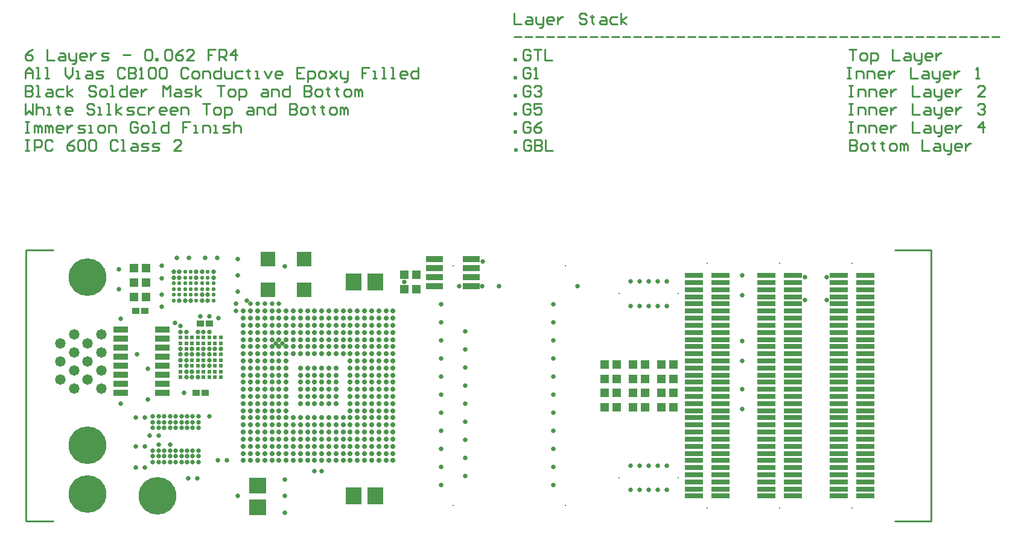
<source format=gbs>
%FSLAX23Y23*%
%MOIN*%
G70*
G01*
G75*
G04 Layer_Color=16711935*
G04 Layer_Color=16711935*
%ADD10R,0.035X0.026*%
%ADD11R,0.026X0.035*%
%ADD12R,0.070X0.062*%
%ADD13R,0.069X0.138*%
%ADD14R,0.069X0.043*%
%ADD15R,0.069X0.043*%
%ADD16R,0.085X0.080*%
%ADD17R,0.080X0.085*%
%ADD18R,0.028X0.035*%
%ADD19R,0.071X0.063*%
%ADD20R,0.043X0.039*%
%ADD21R,0.029X0.115*%
%ADD22R,0.039X0.043*%
%ADD23R,0.115X0.029*%
%ADD24C,0.005*%
%ADD25C,0.008*%
%ADD26C,0.010*%
%ADD27C,0.012*%
%ADD28C,0.010*%
%ADD29C,0.018*%
%ADD30C,0.200*%
%ADD31C,0.050*%
%ADD32C,0.020*%
%ADD33R,0.071X0.071*%
%ADD34R,0.091X0.021*%
%ADD35C,0.014*%
%ADD36R,0.087X0.024*%
%ADD37R,0.087X0.024*%
%ADD38R,0.075X0.024*%
%ADD39R,0.091X0.021*%
%ADD40C,0.016*%
%ADD41C,0.006*%
%ADD42C,0.020*%
%ADD43R,0.043X0.034*%
%ADD44R,0.034X0.043*%
%ADD45R,0.078X0.070*%
%ADD46R,0.077X0.146*%
%ADD47R,0.077X0.051*%
%ADD48R,0.077X0.051*%
%ADD49R,0.093X0.088*%
%ADD50R,0.088X0.093*%
%ADD51R,0.036X0.043*%
%ADD52R,0.079X0.071*%
%ADD53R,0.051X0.047*%
%ADD54R,0.037X0.123*%
%ADD55R,0.047X0.051*%
%ADD56R,0.123X0.037*%
%ADD57C,0.026*%
%ADD58C,0.008*%
%ADD59C,0.208*%
%ADD60C,0.058*%
%ADD61C,0.028*%
%ADD62R,0.079X0.079*%
%ADD63R,0.099X0.029*%
%ADD64C,0.022*%
%ADD65R,0.095X0.032*%
%ADD66R,0.095X0.032*%
%ADD67R,0.083X0.032*%
%ADD68R,0.099X0.029*%
%ADD69C,0.024*%
D28*
X3185Y750D02*
X3385D01*
X3185Y-750D02*
X3385D01*
X-1615D02*
X-1465D01*
X-1615Y750D02*
X-1466D01*
X-1615Y-750D02*
Y750D01*
X3385Y-750D02*
Y750D01*
X-1618Y1460D02*
X-1598D01*
X-1608D01*
Y1400D01*
X-1618D01*
X-1598D01*
X-1568D02*
Y1440D01*
X-1558D01*
X-1548Y1430D01*
Y1400D01*
Y1430D01*
X-1538Y1440D01*
X-1528Y1430D01*
Y1400D01*
X-1508D02*
Y1440D01*
X-1498D01*
X-1488Y1430D01*
Y1400D01*
Y1430D01*
X-1478Y1440D01*
X-1468Y1430D01*
Y1400D01*
X-1418D02*
X-1438D01*
X-1448Y1410D01*
Y1430D01*
X-1438Y1440D01*
X-1418D01*
X-1408Y1430D01*
Y1420D01*
X-1448D01*
X-1388Y1440D02*
Y1400D01*
Y1420D01*
X-1378Y1430D01*
X-1368Y1440D01*
X-1358D01*
X-1328Y1400D02*
X-1298D01*
X-1288Y1410D01*
X-1298Y1420D01*
X-1318D01*
X-1328Y1430D01*
X-1318Y1440D01*
X-1288D01*
X-1268Y1400D02*
X-1248D01*
X-1258D01*
Y1440D01*
X-1268D01*
X-1208Y1400D02*
X-1188D01*
X-1178Y1410D01*
Y1430D01*
X-1188Y1440D01*
X-1208D01*
X-1218Y1430D01*
Y1410D01*
X-1208Y1400D01*
X-1158D02*
Y1440D01*
X-1128D01*
X-1118Y1430D01*
Y1400D01*
X-998Y1450D02*
X-1008Y1460D01*
X-1028D01*
X-1038Y1450D01*
Y1410D01*
X-1028Y1400D01*
X-1008D01*
X-998Y1410D01*
Y1430D01*
X-1018D01*
X-968Y1400D02*
X-948D01*
X-938Y1410D01*
Y1430D01*
X-948Y1440D01*
X-968D01*
X-978Y1430D01*
Y1410D01*
X-968Y1400D01*
X-918D02*
X-898D01*
X-908D01*
Y1460D01*
X-918D01*
X-828D02*
Y1400D01*
X-858D01*
X-868Y1410D01*
Y1430D01*
X-858Y1440D01*
X-828D01*
X-708Y1460D02*
X-748D01*
Y1430D01*
X-728D01*
X-748D01*
Y1400D01*
X-688D02*
X-668D01*
X-678D01*
Y1440D01*
X-688D01*
X-638Y1400D02*
Y1440D01*
X-608D01*
X-598Y1430D01*
Y1400D01*
X-578D02*
X-558D01*
X-568D01*
Y1440D01*
X-578D01*
X-528Y1400D02*
X-498D01*
X-488Y1410D01*
X-498Y1420D01*
X-518D01*
X-528Y1430D01*
X-518Y1440D01*
X-488D01*
X-468Y1460D02*
Y1400D01*
Y1430D01*
X-458Y1440D01*
X-438D01*
X-428Y1430D01*
Y1400D01*
X-1618Y1560D02*
Y1500D01*
X-1598Y1520D01*
X-1578Y1500D01*
Y1560D01*
X-1558D02*
Y1500D01*
Y1530D01*
X-1548Y1540D01*
X-1528D01*
X-1518Y1530D01*
Y1500D01*
X-1498D02*
X-1478D01*
X-1488D01*
Y1540D01*
X-1498D01*
X-1438Y1550D02*
Y1540D01*
X-1448D01*
X-1428D01*
X-1438D01*
Y1510D01*
X-1428Y1500D01*
X-1368D02*
X-1388D01*
X-1398Y1510D01*
Y1530D01*
X-1388Y1540D01*
X-1368D01*
X-1358Y1530D01*
Y1520D01*
X-1398D01*
X-1238Y1550D02*
X-1248Y1560D01*
X-1268D01*
X-1278Y1550D01*
Y1540D01*
X-1268Y1530D01*
X-1248D01*
X-1238Y1520D01*
Y1510D01*
X-1248Y1500D01*
X-1268D01*
X-1278Y1510D01*
X-1218Y1500D02*
X-1198D01*
X-1208D01*
Y1540D01*
X-1218D01*
X-1168Y1500D02*
X-1148D01*
X-1158D01*
Y1560D01*
X-1168D01*
X-1118Y1500D02*
Y1560D01*
Y1520D02*
X-1088Y1540D01*
X-1118Y1520D02*
X-1088Y1500D01*
X-1058D02*
X-1028D01*
X-1018Y1510D01*
X-1028Y1520D01*
X-1048D01*
X-1058Y1530D01*
X-1048Y1540D01*
X-1018D01*
X-958D02*
X-988D01*
X-998Y1530D01*
Y1510D01*
X-988Y1500D01*
X-958D01*
X-938Y1540D02*
Y1500D01*
Y1520D01*
X-928Y1530D01*
X-918Y1540D01*
X-908D01*
X-848Y1500D02*
X-868D01*
X-878Y1510D01*
Y1530D01*
X-868Y1540D01*
X-848D01*
X-838Y1530D01*
Y1520D01*
X-878D01*
X-788Y1500D02*
X-808D01*
X-818Y1510D01*
Y1530D01*
X-808Y1540D01*
X-788D01*
X-778Y1530D01*
Y1520D01*
X-818D01*
X-758Y1500D02*
Y1540D01*
X-728D01*
X-718Y1530D01*
Y1500D01*
X-638Y1560D02*
X-598D01*
X-618D01*
Y1500D01*
X-568D02*
X-548D01*
X-538Y1510D01*
Y1530D01*
X-548Y1540D01*
X-568D01*
X-578Y1530D01*
Y1510D01*
X-568Y1500D01*
X-518Y1480D02*
Y1540D01*
X-488D01*
X-478Y1530D01*
Y1510D01*
X-488Y1500D01*
X-518D01*
X-389Y1540D02*
X-369D01*
X-359Y1530D01*
Y1500D01*
X-389D01*
X-399Y1510D01*
X-389Y1520D01*
X-359D01*
X-339Y1500D02*
Y1540D01*
X-309D01*
X-299Y1530D01*
Y1500D01*
X-239Y1560D02*
Y1500D01*
X-269D01*
X-279Y1510D01*
Y1530D01*
X-269Y1540D01*
X-239D01*
X-159Y1560D02*
Y1500D01*
X-129D01*
X-119Y1510D01*
Y1520D01*
X-129Y1530D01*
X-159D01*
X-129D01*
X-119Y1540D01*
Y1550D01*
X-129Y1560D01*
X-159D01*
X-89Y1500D02*
X-69D01*
X-59Y1510D01*
Y1530D01*
X-69Y1540D01*
X-89D01*
X-99Y1530D01*
Y1510D01*
X-89Y1500D01*
X-29Y1550D02*
Y1540D01*
X-39D01*
X-19D01*
X-29D01*
Y1510D01*
X-19Y1500D01*
X21Y1550D02*
Y1540D01*
X11D01*
X31D01*
X21D01*
Y1510D01*
X31Y1500D01*
X71D02*
X91D01*
X101Y1510D01*
Y1530D01*
X91Y1540D01*
X71D01*
X61Y1530D01*
Y1510D01*
X71Y1500D01*
X121D02*
Y1540D01*
X131D01*
X141Y1530D01*
Y1500D01*
Y1530D01*
X151Y1540D01*
X161Y1530D01*
Y1500D01*
X-1618Y1660D02*
Y1600D01*
X-1588D01*
X-1578Y1610D01*
Y1620D01*
X-1588Y1630D01*
X-1618D01*
X-1588D01*
X-1578Y1640D01*
Y1650D01*
X-1588Y1660D01*
X-1618D01*
X-1558Y1600D02*
X-1538D01*
X-1548D01*
Y1660D01*
X-1558D01*
X-1498Y1640D02*
X-1478D01*
X-1468Y1630D01*
Y1600D01*
X-1498D01*
X-1508Y1610D01*
X-1498Y1620D01*
X-1468D01*
X-1408Y1640D02*
X-1438D01*
X-1448Y1630D01*
Y1610D01*
X-1438Y1600D01*
X-1408D01*
X-1388D02*
Y1660D01*
Y1620D02*
X-1358Y1640D01*
X-1388Y1620D02*
X-1358Y1600D01*
X-1228Y1650D02*
X-1238Y1660D01*
X-1258D01*
X-1268Y1650D01*
Y1640D01*
X-1258Y1630D01*
X-1238D01*
X-1228Y1620D01*
Y1610D01*
X-1238Y1600D01*
X-1258D01*
X-1268Y1610D01*
X-1198Y1600D02*
X-1178D01*
X-1168Y1610D01*
Y1630D01*
X-1178Y1640D01*
X-1198D01*
X-1208Y1630D01*
Y1610D01*
X-1198Y1600D01*
X-1148D02*
X-1128D01*
X-1138D01*
Y1660D01*
X-1148D01*
X-1058D02*
Y1600D01*
X-1088D01*
X-1098Y1610D01*
Y1630D01*
X-1088Y1640D01*
X-1058D01*
X-1008Y1600D02*
X-1028D01*
X-1038Y1610D01*
Y1630D01*
X-1028Y1640D01*
X-1008D01*
X-998Y1630D01*
Y1620D01*
X-1038D01*
X-978Y1640D02*
Y1600D01*
Y1620D01*
X-968Y1630D01*
X-958Y1640D01*
X-948D01*
X-858Y1600D02*
Y1660D01*
X-838Y1640D01*
X-818Y1660D01*
Y1600D01*
X-788Y1640D02*
X-768D01*
X-758Y1630D01*
Y1600D01*
X-788D01*
X-798Y1610D01*
X-788Y1620D01*
X-758D01*
X-738Y1600D02*
X-708D01*
X-698Y1610D01*
X-708Y1620D01*
X-728D01*
X-738Y1630D01*
X-728Y1640D01*
X-698D01*
X-678Y1600D02*
Y1660D01*
Y1620D02*
X-648Y1640D01*
X-678Y1620D02*
X-648Y1600D01*
X-558Y1660D02*
X-518D01*
X-538D01*
Y1600D01*
X-488D02*
X-468D01*
X-458Y1610D01*
Y1630D01*
X-468Y1640D01*
X-488D01*
X-498Y1630D01*
Y1610D01*
X-488Y1600D01*
X-438Y1580D02*
Y1640D01*
X-409D01*
X-399Y1630D01*
Y1610D01*
X-409Y1600D01*
X-438D01*
X-309Y1640D02*
X-289D01*
X-279Y1630D01*
Y1600D01*
X-309D01*
X-319Y1610D01*
X-309Y1620D01*
X-279D01*
X-259Y1600D02*
Y1640D01*
X-229D01*
X-219Y1630D01*
Y1600D01*
X-159Y1660D02*
Y1600D01*
X-189D01*
X-199Y1610D01*
Y1630D01*
X-189Y1640D01*
X-159D01*
X-79Y1660D02*
Y1600D01*
X-49D01*
X-39Y1610D01*
Y1620D01*
X-49Y1630D01*
X-79D01*
X-49D01*
X-39Y1640D01*
Y1650D01*
X-49Y1660D01*
X-79D01*
X-9Y1600D02*
X11D01*
X21Y1610D01*
Y1630D01*
X11Y1640D01*
X-9D01*
X-19Y1630D01*
Y1610D01*
X-9Y1600D01*
X51Y1650D02*
Y1640D01*
X41D01*
X61D01*
X51D01*
Y1610D01*
X61Y1600D01*
X101Y1650D02*
Y1640D01*
X91D01*
X111D01*
X101D01*
Y1610D01*
X111Y1600D01*
X151D02*
X171D01*
X181Y1610D01*
Y1630D01*
X171Y1640D01*
X151D01*
X141Y1630D01*
Y1610D01*
X151Y1600D01*
X201D02*
Y1640D01*
X211D01*
X221Y1630D01*
Y1600D01*
Y1630D01*
X231Y1640D01*
X241Y1630D01*
Y1600D01*
X-1618Y1700D02*
Y1740D01*
X-1598Y1760D01*
X-1578Y1740D01*
Y1700D01*
Y1730D01*
X-1618D01*
X-1558Y1700D02*
X-1538D01*
X-1548D01*
Y1760D01*
X-1558D01*
X-1508Y1700D02*
X-1488D01*
X-1498D01*
Y1760D01*
X-1508D01*
X-1398D02*
Y1720D01*
X-1378Y1700D01*
X-1358Y1720D01*
Y1760D01*
X-1338Y1700D02*
X-1318D01*
X-1328D01*
Y1740D01*
X-1338D01*
X-1278D02*
X-1258D01*
X-1248Y1730D01*
Y1700D01*
X-1278D01*
X-1288Y1710D01*
X-1278Y1720D01*
X-1248D01*
X-1228Y1700D02*
X-1198D01*
X-1188Y1710D01*
X-1198Y1720D01*
X-1218D01*
X-1228Y1730D01*
X-1218Y1740D01*
X-1188D01*
X-1068Y1750D02*
X-1078Y1760D01*
X-1098D01*
X-1108Y1750D01*
Y1710D01*
X-1098Y1700D01*
X-1078D01*
X-1068Y1710D01*
X-1048Y1760D02*
Y1700D01*
X-1018D01*
X-1008Y1710D01*
Y1720D01*
X-1018Y1730D01*
X-1048D01*
X-1018D01*
X-1008Y1740D01*
Y1750D01*
X-1018Y1760D01*
X-1048D01*
X-988Y1700D02*
X-968D01*
X-978D01*
Y1760D01*
X-988Y1750D01*
X-938D02*
X-928Y1760D01*
X-908D01*
X-898Y1750D01*
Y1710D01*
X-908Y1700D01*
X-928D01*
X-938Y1710D01*
Y1750D01*
X-878D02*
X-868Y1760D01*
X-848D01*
X-838Y1750D01*
Y1710D01*
X-848Y1700D01*
X-868D01*
X-878Y1710D01*
Y1750D01*
X-718D02*
X-728Y1760D01*
X-748D01*
X-758Y1750D01*
Y1710D01*
X-748Y1700D01*
X-728D01*
X-718Y1710D01*
X-688Y1700D02*
X-668D01*
X-658Y1710D01*
Y1730D01*
X-668Y1740D01*
X-688D01*
X-698Y1730D01*
Y1710D01*
X-688Y1700D01*
X-638D02*
Y1740D01*
X-608D01*
X-598Y1730D01*
Y1700D01*
X-538Y1760D02*
Y1700D01*
X-568D01*
X-578Y1710D01*
Y1730D01*
X-568Y1740D01*
X-538D01*
X-518D02*
Y1710D01*
X-508Y1700D01*
X-478D01*
Y1740D01*
X-418D02*
X-448D01*
X-458Y1730D01*
Y1710D01*
X-448Y1700D01*
X-418D01*
X-389Y1750D02*
Y1740D01*
X-399D01*
X-379D01*
X-389D01*
Y1710D01*
X-379Y1700D01*
X-349D02*
X-329D01*
X-339D01*
Y1740D01*
X-349D01*
X-299D02*
X-279Y1700D01*
X-259Y1740D01*
X-209Y1700D02*
X-229D01*
X-239Y1710D01*
Y1730D01*
X-229Y1740D01*
X-209D01*
X-199Y1730D01*
Y1720D01*
X-239D01*
X-79Y1760D02*
X-119D01*
Y1700D01*
X-79D01*
X-119Y1730D02*
X-99D01*
X-59Y1680D02*
Y1740D01*
X-29D01*
X-19Y1730D01*
Y1710D01*
X-29Y1700D01*
X-59D01*
X11D02*
X31D01*
X41Y1710D01*
Y1730D01*
X31Y1740D01*
X11D01*
X1Y1730D01*
Y1710D01*
X11Y1700D01*
X61Y1740D02*
X101Y1700D01*
X81Y1720D01*
X101Y1740D01*
X61Y1700D01*
X121Y1740D02*
Y1710D01*
X131Y1700D01*
X161D01*
Y1690D01*
X151Y1680D01*
X141D01*
X161Y1700D02*
Y1740D01*
X281Y1760D02*
X241D01*
Y1730D01*
X261D01*
X241D01*
Y1700D01*
X301D02*
X321D01*
X311D01*
Y1740D01*
X301D01*
X351Y1700D02*
X371D01*
X361D01*
Y1760D01*
X351D01*
X401Y1700D02*
X421D01*
X411D01*
Y1760D01*
X401D01*
X481Y1700D02*
X461D01*
X451Y1710D01*
Y1730D01*
X461Y1740D01*
X481D01*
X491Y1730D01*
Y1720D01*
X451D01*
X551Y1760D02*
Y1700D01*
X521D01*
X511Y1710D01*
Y1730D01*
X521Y1740D01*
X551D01*
X-1578Y1860D02*
X-1598Y1850D01*
X-1618Y1830D01*
Y1810D01*
X-1608Y1800D01*
X-1588D01*
X-1578Y1810D01*
Y1820D01*
X-1588Y1830D01*
X-1618D01*
X-1498Y1860D02*
Y1800D01*
X-1458D01*
X-1428Y1840D02*
X-1408D01*
X-1398Y1830D01*
Y1800D01*
X-1428D01*
X-1438Y1810D01*
X-1428Y1820D01*
X-1398D01*
X-1378Y1840D02*
Y1810D01*
X-1368Y1800D01*
X-1338D01*
Y1790D01*
X-1348Y1780D01*
X-1358D01*
X-1338Y1800D02*
Y1840D01*
X-1288Y1800D02*
X-1308D01*
X-1318Y1810D01*
Y1830D01*
X-1308Y1840D01*
X-1288D01*
X-1278Y1830D01*
Y1820D01*
X-1318D01*
X-1258Y1840D02*
Y1800D01*
Y1820D01*
X-1248Y1830D01*
X-1238Y1840D01*
X-1228D01*
X-1198Y1800D02*
X-1168D01*
X-1158Y1810D01*
X-1168Y1820D01*
X-1188D01*
X-1198Y1830D01*
X-1188Y1840D01*
X-1158D01*
X-1078Y1830D02*
X-1038D01*
X-958Y1850D02*
X-948Y1860D01*
X-928D01*
X-918Y1850D01*
Y1810D01*
X-928Y1800D01*
X-948D01*
X-958Y1810D01*
Y1850D01*
X-898Y1800D02*
Y1810D01*
X-888D01*
Y1800D01*
X-898D01*
X-848Y1850D02*
X-838Y1860D01*
X-818D01*
X-808Y1850D01*
Y1810D01*
X-818Y1800D01*
X-838D01*
X-848Y1810D01*
Y1850D01*
X-748Y1860D02*
X-768Y1850D01*
X-788Y1830D01*
Y1810D01*
X-778Y1800D01*
X-758D01*
X-748Y1810D01*
Y1820D01*
X-758Y1830D01*
X-788D01*
X-688Y1800D02*
X-728D01*
X-688Y1840D01*
Y1850D01*
X-698Y1860D01*
X-718D01*
X-728Y1850D01*
X-568Y1860D02*
X-608D01*
Y1830D01*
X-588D01*
X-608D01*
Y1800D01*
X-548D02*
Y1860D01*
X-518D01*
X-508Y1850D01*
Y1830D01*
X-518Y1820D01*
X-548D01*
X-528D02*
X-508Y1800D01*
X-458D02*
Y1860D01*
X-488Y1830D01*
X-448D01*
X-1618Y1360D02*
X-1598D01*
X-1608D01*
Y1300D01*
X-1618D01*
X-1598D01*
X-1568D02*
Y1360D01*
X-1538D01*
X-1528Y1350D01*
Y1330D01*
X-1538Y1320D01*
X-1568D01*
X-1468Y1350D02*
X-1478Y1360D01*
X-1498D01*
X-1508Y1350D01*
Y1310D01*
X-1498Y1300D01*
X-1478D01*
X-1468Y1310D01*
X-1348Y1360D02*
X-1368Y1350D01*
X-1388Y1330D01*
Y1310D01*
X-1378Y1300D01*
X-1358D01*
X-1348Y1310D01*
Y1320D01*
X-1358Y1330D01*
X-1388D01*
X-1328Y1350D02*
X-1318Y1360D01*
X-1298D01*
X-1288Y1350D01*
Y1310D01*
X-1298Y1300D01*
X-1318D01*
X-1328Y1310D01*
Y1350D01*
X-1268D02*
X-1258Y1360D01*
X-1238D01*
X-1228Y1350D01*
Y1310D01*
X-1238Y1300D01*
X-1258D01*
X-1268Y1310D01*
Y1350D01*
X-1108D02*
X-1118Y1360D01*
X-1138D01*
X-1148Y1350D01*
Y1310D01*
X-1138Y1300D01*
X-1118D01*
X-1108Y1310D01*
X-1088Y1300D02*
X-1068D01*
X-1078D01*
Y1360D01*
X-1088D01*
X-1028Y1340D02*
X-1008D01*
X-998Y1330D01*
Y1300D01*
X-1028D01*
X-1038Y1310D01*
X-1028Y1320D01*
X-998D01*
X-978Y1300D02*
X-948D01*
X-938Y1310D01*
X-948Y1320D01*
X-968D01*
X-978Y1330D01*
X-968Y1340D01*
X-938D01*
X-918Y1300D02*
X-888D01*
X-878Y1310D01*
X-888Y1320D01*
X-908D01*
X-918Y1330D01*
X-908Y1340D01*
X-878D01*
X-758Y1300D02*
X-798D01*
X-758Y1340D01*
Y1350D01*
X-768Y1360D01*
X-788D01*
X-798Y1350D01*
X1082Y2060D02*
Y2000D01*
X1122D01*
X1152Y2040D02*
X1172D01*
X1182Y2030D01*
Y2000D01*
X1152D01*
X1142Y2010D01*
X1152Y2020D01*
X1182D01*
X1202Y2040D02*
Y2010D01*
X1212Y2000D01*
X1242D01*
Y1990D01*
X1232Y1980D01*
X1222D01*
X1242Y2000D02*
Y2040D01*
X1292Y2000D02*
X1272D01*
X1262Y2010D01*
Y2030D01*
X1272Y2040D01*
X1292D01*
X1302Y2030D01*
Y2020D01*
X1262D01*
X1322Y2040D02*
Y2000D01*
Y2020D01*
X1332Y2030D01*
X1342Y2040D01*
X1352D01*
X1482Y2050D02*
X1472Y2060D01*
X1452D01*
X1442Y2050D01*
Y2040D01*
X1452Y2030D01*
X1472D01*
X1482Y2020D01*
Y2010D01*
X1472Y2000D01*
X1452D01*
X1442Y2010D01*
X1512Y2050D02*
Y2040D01*
X1502D01*
X1522D01*
X1512D01*
Y2010D01*
X1522Y2000D01*
X1562Y2040D02*
X1582D01*
X1592Y2030D01*
Y2000D01*
X1562D01*
X1552Y2010D01*
X1562Y2020D01*
X1592D01*
X1652Y2040D02*
X1622D01*
X1612Y2030D01*
Y2010D01*
X1622Y2000D01*
X1652D01*
X1672D02*
Y2060D01*
Y2020D02*
X1702Y2040D01*
X1672Y2020D02*
X1702Y2000D01*
X1082Y1930D02*
X1122D01*
X1142D02*
X1182D01*
X1202D02*
X1242D01*
X1262D02*
X1302D01*
X1322D02*
X1362D01*
X1382D02*
X1422D01*
X1442D02*
X1482D01*
X1502D02*
X1542D01*
X1562D02*
X1602D01*
X1622D02*
X1662D01*
X1682D02*
X1722D01*
X1742D02*
X1782D01*
X1802D02*
X1842D01*
X1862D02*
X1902D01*
X1922D02*
X1962D01*
X1982D02*
X2022D01*
X2042D02*
X2082D01*
X2102D02*
X2142D01*
X2162D02*
X2202D01*
X2222D02*
X2262D01*
X2282D02*
X2321D01*
X2341D02*
X2381D01*
X2401D02*
X2441D01*
X2461D02*
X2501D01*
X2521D02*
X2561D01*
X2581D02*
X2621D01*
X2641D02*
X2681D01*
X2701D02*
X2741D01*
X2761D02*
X2801D01*
X2821D02*
X2861D01*
X2881D02*
X2921D01*
X2941D02*
X2981D01*
X3001D02*
X3041D01*
X3061D02*
X3101D01*
X3121D02*
X3161D01*
X3181D02*
X3221D01*
X3241D02*
X3281D01*
X3301D02*
X3341D01*
X3361D02*
X3401D01*
X3421D02*
X3461D01*
X3481D02*
X3521D01*
X3541D02*
X3581D01*
X3601D02*
X3641D01*
X3661D02*
X3701D01*
X3721D02*
X3761D01*
X1082Y1800D02*
Y1810D01*
X1092D01*
Y1800D01*
X1082D01*
X1172Y1850D02*
X1162Y1860D01*
X1142D01*
X1132Y1850D01*
Y1810D01*
X1142Y1800D01*
X1162D01*
X1172Y1810D01*
Y1830D01*
X1152D01*
X1192Y1860D02*
X1232D01*
X1212D01*
Y1800D01*
X1252Y1860D02*
Y1800D01*
X1292D01*
X2931Y1860D02*
X2971D01*
X2951D01*
Y1800D01*
X3001D02*
X3021D01*
X3031Y1810D01*
Y1830D01*
X3021Y1840D01*
X3001D01*
X2991Y1830D01*
Y1810D01*
X3001Y1800D01*
X3051Y1780D02*
Y1840D01*
X3081D01*
X3091Y1830D01*
Y1810D01*
X3081Y1800D01*
X3051D01*
X3171Y1860D02*
Y1800D01*
X3211D01*
X3241Y1840D02*
X3261D01*
X3271Y1830D01*
Y1800D01*
X3241D01*
X3231Y1810D01*
X3241Y1820D01*
X3271D01*
X3291Y1840D02*
Y1810D01*
X3301Y1800D01*
X3331D01*
Y1790D01*
X3321Y1780D01*
X3311D01*
X3331Y1800D02*
Y1840D01*
X3381Y1800D02*
X3361D01*
X3351Y1810D01*
Y1830D01*
X3361Y1840D01*
X3381D01*
X3391Y1830D01*
Y1820D01*
X3351D01*
X3411Y1840D02*
Y1800D01*
Y1820D01*
X3421Y1830D01*
X3431Y1840D01*
X3441D01*
X1082Y1700D02*
Y1710D01*
X1092D01*
Y1700D01*
X1082D01*
X1172Y1750D02*
X1162Y1760D01*
X1142D01*
X1132Y1750D01*
Y1710D01*
X1142Y1700D01*
X1162D01*
X1172Y1710D01*
Y1730D01*
X1152D01*
X1192Y1700D02*
X1212D01*
X1202D01*
Y1760D01*
X1192Y1750D01*
X2921Y1760D02*
X2941D01*
X2931D01*
Y1700D01*
X2921D01*
X2941D01*
X2971D02*
Y1740D01*
X3001D01*
X3011Y1730D01*
Y1700D01*
X3031D02*
Y1740D01*
X3061D01*
X3071Y1730D01*
Y1700D01*
X3121D02*
X3101D01*
X3091Y1710D01*
Y1730D01*
X3101Y1740D01*
X3121D01*
X3131Y1730D01*
Y1720D01*
X3091D01*
X3151Y1740D02*
Y1700D01*
Y1720D01*
X3161Y1730D01*
X3171Y1740D01*
X3181D01*
X3271Y1760D02*
Y1700D01*
X3311D01*
X3341Y1740D02*
X3361D01*
X3371Y1730D01*
Y1700D01*
X3341D01*
X3331Y1710D01*
X3341Y1720D01*
X3371D01*
X3391Y1740D02*
Y1710D01*
X3401Y1700D01*
X3431D01*
Y1690D01*
X3421Y1680D01*
X3411D01*
X3431Y1700D02*
Y1740D01*
X3481Y1700D02*
X3461D01*
X3451Y1710D01*
Y1730D01*
X3461Y1740D01*
X3481D01*
X3491Y1730D01*
Y1720D01*
X3451D01*
X3511Y1740D02*
Y1700D01*
Y1720D01*
X3521Y1730D01*
X3531Y1740D01*
X3541D01*
X3631Y1700D02*
X3651D01*
X3641D01*
Y1760D01*
X3631Y1750D01*
X1082Y1600D02*
Y1610D01*
X1092D01*
Y1600D01*
X1082D01*
X1172Y1650D02*
X1162Y1660D01*
X1142D01*
X1132Y1650D01*
Y1610D01*
X1142Y1600D01*
X1162D01*
X1172Y1610D01*
Y1630D01*
X1152D01*
X1192Y1650D02*
X1202Y1660D01*
X1222D01*
X1232Y1650D01*
Y1640D01*
X1222Y1630D01*
X1212D01*
X1222D01*
X1232Y1620D01*
Y1610D01*
X1222Y1600D01*
X1202D01*
X1192Y1610D01*
X2931Y1660D02*
X2951D01*
X2941D01*
Y1600D01*
X2931D01*
X2951D01*
X2981D02*
Y1640D01*
X3011D01*
X3021Y1630D01*
Y1600D01*
X3041D02*
Y1640D01*
X3071D01*
X3081Y1630D01*
Y1600D01*
X3131D02*
X3111D01*
X3101Y1610D01*
Y1630D01*
X3111Y1640D01*
X3131D01*
X3141Y1630D01*
Y1620D01*
X3101D01*
X3161Y1640D02*
Y1600D01*
Y1620D01*
X3171Y1630D01*
X3181Y1640D01*
X3191D01*
X3281Y1660D02*
Y1600D01*
X3321D01*
X3351Y1640D02*
X3371D01*
X3381Y1630D01*
Y1600D01*
X3351D01*
X3341Y1610D01*
X3351Y1620D01*
X3381D01*
X3401Y1640D02*
Y1610D01*
X3411Y1600D01*
X3441D01*
Y1590D01*
X3431Y1580D01*
X3421D01*
X3441Y1600D02*
Y1640D01*
X3491Y1600D02*
X3471D01*
X3461Y1610D01*
Y1630D01*
X3471Y1640D01*
X3491D01*
X3501Y1630D01*
Y1620D01*
X3461D01*
X3521Y1640D02*
Y1600D01*
Y1620D01*
X3531Y1630D01*
X3541Y1640D01*
X3551D01*
X3681Y1600D02*
X3641D01*
X3681Y1640D01*
Y1650D01*
X3671Y1660D01*
X3651D01*
X3641Y1650D01*
X1082Y1500D02*
Y1510D01*
X1092D01*
Y1500D01*
X1082D01*
X1172Y1550D02*
X1162Y1560D01*
X1142D01*
X1132Y1550D01*
Y1510D01*
X1142Y1500D01*
X1162D01*
X1172Y1510D01*
Y1530D01*
X1152D01*
X1232Y1560D02*
X1192D01*
Y1530D01*
X1212Y1540D01*
X1222D01*
X1232Y1530D01*
Y1510D01*
X1222Y1500D01*
X1202D01*
X1192Y1510D01*
X2931Y1560D02*
X2951D01*
X2941D01*
Y1500D01*
X2931D01*
X2951D01*
X2981D02*
Y1540D01*
X3011D01*
X3021Y1530D01*
Y1500D01*
X3041D02*
Y1540D01*
X3071D01*
X3081Y1530D01*
Y1500D01*
X3131D02*
X3111D01*
X3101Y1510D01*
Y1530D01*
X3111Y1540D01*
X3131D01*
X3141Y1530D01*
Y1520D01*
X3101D01*
X3161Y1540D02*
Y1500D01*
Y1520D01*
X3171Y1530D01*
X3181Y1540D01*
X3191D01*
X3281Y1560D02*
Y1500D01*
X3321D01*
X3351Y1540D02*
X3371D01*
X3381Y1530D01*
Y1500D01*
X3351D01*
X3341Y1510D01*
X3351Y1520D01*
X3381D01*
X3401Y1540D02*
Y1510D01*
X3411Y1500D01*
X3441D01*
Y1490D01*
X3431Y1480D01*
X3421D01*
X3441Y1500D02*
Y1540D01*
X3491Y1500D02*
X3471D01*
X3461Y1510D01*
Y1530D01*
X3471Y1540D01*
X3491D01*
X3501Y1530D01*
Y1520D01*
X3461D01*
X3521Y1540D02*
Y1500D01*
Y1520D01*
X3531Y1530D01*
X3541Y1540D01*
X3551D01*
X3641Y1550D02*
X3651Y1560D01*
X3671D01*
X3681Y1550D01*
Y1540D01*
X3671Y1530D01*
X3661D01*
X3671D01*
X3681Y1520D01*
Y1510D01*
X3671Y1500D01*
X3651D01*
X3641Y1510D01*
X1082Y1400D02*
Y1410D01*
X1092D01*
Y1400D01*
X1082D01*
X1172Y1450D02*
X1162Y1460D01*
X1142D01*
X1132Y1450D01*
Y1410D01*
X1142Y1400D01*
X1162D01*
X1172Y1410D01*
Y1430D01*
X1152D01*
X1232Y1460D02*
X1212Y1450D01*
X1192Y1430D01*
Y1410D01*
X1202Y1400D01*
X1222D01*
X1232Y1410D01*
Y1420D01*
X1222Y1430D01*
X1192D01*
X2931Y1460D02*
X2951D01*
X2941D01*
Y1400D01*
X2931D01*
X2951D01*
X2981D02*
Y1440D01*
X3011D01*
X3021Y1430D01*
Y1400D01*
X3041D02*
Y1440D01*
X3071D01*
X3081Y1430D01*
Y1400D01*
X3131D02*
X3111D01*
X3101Y1410D01*
Y1430D01*
X3111Y1440D01*
X3131D01*
X3141Y1430D01*
Y1420D01*
X3101D01*
X3161Y1440D02*
Y1400D01*
Y1420D01*
X3171Y1430D01*
X3181Y1440D01*
X3191D01*
X3281Y1460D02*
Y1400D01*
X3321D01*
X3351Y1440D02*
X3371D01*
X3381Y1430D01*
Y1400D01*
X3351D01*
X3341Y1410D01*
X3351Y1420D01*
X3381D01*
X3401Y1440D02*
Y1410D01*
X3411Y1400D01*
X3441D01*
Y1390D01*
X3431Y1380D01*
X3421D01*
X3441Y1400D02*
Y1440D01*
X3491Y1400D02*
X3471D01*
X3461Y1410D01*
Y1430D01*
X3471Y1440D01*
X3491D01*
X3501Y1430D01*
Y1420D01*
X3461D01*
X3521Y1440D02*
Y1400D01*
Y1420D01*
X3531Y1430D01*
X3541Y1440D01*
X3551D01*
X3671Y1400D02*
Y1460D01*
X3641Y1430D01*
X3681D01*
X1085Y1300D02*
Y1310D01*
X1095D01*
Y1300D01*
X1085D01*
X1175Y1350D02*
X1165Y1360D01*
X1145D01*
X1135Y1350D01*
Y1310D01*
X1145Y1300D01*
X1165D01*
X1175Y1310D01*
Y1330D01*
X1155D01*
X1195Y1360D02*
Y1300D01*
X1225D01*
X1235Y1310D01*
Y1320D01*
X1225Y1330D01*
X1195D01*
X1225D01*
X1235Y1340D01*
Y1350D01*
X1225Y1360D01*
X1195D01*
X1255D02*
Y1300D01*
X1295D01*
X2934Y1360D02*
Y1300D01*
X2964D01*
X2974Y1310D01*
Y1320D01*
X2964Y1330D01*
X2934D01*
X2964D01*
X2974Y1340D01*
Y1350D01*
X2964Y1360D01*
X2934D01*
X3004Y1300D02*
X3024D01*
X3034Y1310D01*
Y1330D01*
X3024Y1340D01*
X3004D01*
X2994Y1330D01*
Y1310D01*
X3004Y1300D01*
X3064Y1350D02*
Y1340D01*
X3054D01*
X3074D01*
X3064D01*
Y1310D01*
X3074Y1300D01*
X3114Y1350D02*
Y1340D01*
X3104D01*
X3124D01*
X3114D01*
Y1310D01*
X3124Y1300D01*
X3164D02*
X3184D01*
X3194Y1310D01*
Y1330D01*
X3184Y1340D01*
X3164D01*
X3154Y1330D01*
Y1310D01*
X3164Y1300D01*
X3214D02*
Y1340D01*
X3224D01*
X3234Y1330D01*
Y1300D01*
Y1330D01*
X3244Y1340D01*
X3254Y1330D01*
Y1300D01*
X3334Y1360D02*
Y1300D01*
X3374D01*
X3404Y1340D02*
X3424D01*
X3434Y1330D01*
Y1300D01*
X3404D01*
X3394Y1310D01*
X3404Y1320D01*
X3434D01*
X3454Y1340D02*
Y1310D01*
X3464Y1300D01*
X3494D01*
Y1290D01*
X3484Y1280D01*
X3474D01*
X3494Y1300D02*
Y1340D01*
X3544Y1300D02*
X3524D01*
X3514Y1310D01*
Y1330D01*
X3524Y1340D01*
X3544D01*
X3554Y1330D01*
Y1320D01*
X3514D01*
X3574Y1340D02*
Y1300D01*
Y1320D01*
X3584Y1330D01*
X3594Y1340D01*
X3604D01*
D43*
X-1009Y413D02*
D03*
X-959D02*
D03*
X-651Y343D02*
D03*
X-601D02*
D03*
X-625Y-39D02*
D03*
X-675D02*
D03*
D49*
X-335Y-671D02*
D03*
Y-551D02*
D03*
D50*
X196Y576D02*
D03*
X316D02*
D03*
X196Y-610D02*
D03*
X316D02*
D03*
D53*
X1896Y-39D02*
D03*
X1963D02*
D03*
X-951Y492D02*
D03*
X-1018D02*
D03*
X-951Y571D02*
D03*
X-1018D02*
D03*
X-951Y650D02*
D03*
X-1018D02*
D03*
X1963Y39D02*
D03*
X1896D02*
D03*
X1963Y118D02*
D03*
X1896D02*
D03*
X1963Y-118D02*
D03*
X1896D02*
D03*
X1738Y-39D02*
D03*
X1805D02*
D03*
X1738Y118D02*
D03*
X1805D02*
D03*
X1738Y39D02*
D03*
X1805D02*
D03*
X1738Y-118D02*
D03*
X1805D02*
D03*
X1581D02*
D03*
X1648D02*
D03*
X1581Y39D02*
D03*
X1648D02*
D03*
X1581Y-39D02*
D03*
X1648D02*
D03*
X1581Y118D02*
D03*
X1648D02*
D03*
X477Y535D02*
D03*
X543D02*
D03*
Y615D02*
D03*
X477D02*
D03*
D57*
X-661Y-421D02*
D03*
X-693D02*
D03*
X-724D02*
D03*
X-756D02*
D03*
X-787D02*
D03*
X-819D02*
D03*
X-850D02*
D03*
X-882D02*
D03*
X-913D02*
D03*
X-661Y-232D02*
D03*
X-693D02*
D03*
X-724D02*
D03*
X-756D02*
D03*
X-787D02*
D03*
X-819D02*
D03*
X-850D02*
D03*
X-882D02*
D03*
X-913D02*
D03*
X-661Y-390D02*
D03*
Y-358D02*
D03*
X-661Y-201D02*
D03*
Y-169D02*
D03*
X-693Y-390D02*
D03*
Y-358D02*
D03*
X-693Y-201D02*
D03*
Y-169D02*
D03*
X-724Y-390D02*
D03*
Y-358D02*
D03*
X-724Y-201D02*
D03*
Y-169D02*
D03*
X-756Y-390D02*
D03*
Y-358D02*
D03*
X-756Y-201D02*
D03*
Y-169D02*
D03*
X-787Y-390D02*
D03*
Y-358D02*
D03*
X-787Y-201D02*
D03*
Y-169D02*
D03*
X-819Y-390D02*
D03*
Y-358D02*
D03*
X-819Y-201D02*
D03*
Y-169D02*
D03*
X-850Y-390D02*
D03*
Y-358D02*
D03*
X-850Y-201D02*
D03*
Y-169D02*
D03*
X-882Y-390D02*
D03*
Y-358D02*
D03*
X-882Y-201D02*
D03*
Y-169D02*
D03*
X-913Y-390D02*
D03*
Y-358D02*
D03*
X-913Y-201D02*
D03*
Y-169D02*
D03*
X2223Y177D02*
D03*
X2077D02*
D03*
X2223Y-59D02*
D03*
Y-98D02*
D03*
X2077D02*
D03*
Y-59D02*
D03*
X813Y-100D02*
D03*
X374Y413D02*
D03*
X20Y-472D02*
D03*
X-20D02*
D03*
X-185Y661D02*
D03*
X-601Y-169D02*
D03*
X1433Y550D02*
D03*
X3023Y-571D02*
D03*
Y-610D02*
D03*
X2877D02*
D03*
Y-571D02*
D03*
Y-531D02*
D03*
Y-177D02*
D03*
Y-20D02*
D03*
X3023Y98D02*
D03*
Y138D02*
D03*
Y177D02*
D03*
X2877Y217D02*
D03*
Y177D02*
D03*
X3023Y610D02*
D03*
Y571D02*
D03*
X2877Y413D02*
D03*
Y453D02*
D03*
Y492D02*
D03*
Y531D02*
D03*
Y571D02*
D03*
Y610D02*
D03*
X2623Y571D02*
D03*
Y610D02*
D03*
X2477D02*
D03*
Y571D02*
D03*
Y-610D02*
D03*
Y-571D02*
D03*
X2623D02*
D03*
Y-610D02*
D03*
X2077Y-571D02*
D03*
Y-610D02*
D03*
X2223D02*
D03*
Y-571D02*
D03*
X1925Y-442D02*
D03*
X1875D02*
D03*
X1825D02*
D03*
X1775D02*
D03*
X1725D02*
D03*
X2077Y610D02*
D03*
Y571D02*
D03*
X2223D02*
D03*
Y610D02*
D03*
X2477Y138D02*
D03*
Y98D02*
D03*
Y59D02*
D03*
Y-20D02*
D03*
Y-59D02*
D03*
X2623D02*
D03*
Y-20D02*
D03*
Y59D02*
D03*
Y98D02*
D03*
Y138D02*
D03*
X2223D02*
D03*
Y98D02*
D03*
Y59D02*
D03*
Y-20D02*
D03*
Y-138D02*
D03*
X2077D02*
D03*
Y-20D02*
D03*
X1581Y-118D02*
D03*
Y-39D02*
D03*
Y39D02*
D03*
X1581Y118D02*
D03*
X2077Y59D02*
D03*
Y98D02*
D03*
Y138D02*
D03*
X1963Y-118D02*
D03*
Y-39D02*
D03*
Y39D02*
D03*
Y118D02*
D03*
X-661Y-421D02*
D03*
X-556Y-413D02*
D03*
X-668Y-512D02*
D03*
X-959Y-453D02*
D03*
Y-335D02*
D03*
X-881Y-276D02*
D03*
X-959Y-177D02*
D03*
X-1102Y536D02*
D03*
Y646D02*
D03*
X335Y-295D02*
D03*
Y-374D02*
D03*
X295D02*
D03*
X-295Y-374D02*
D03*
X-335D02*
D03*
X-20Y256D02*
D03*
X20Y295D02*
D03*
X-236Y236D02*
D03*
X-20Y217D02*
D03*
X-197Y236D02*
D03*
X-295Y335D02*
D03*
X-256Y217D02*
D03*
X-295Y374D02*
D03*
X-335D02*
D03*
X256Y-20D02*
D03*
Y20D02*
D03*
X335Y-256D02*
D03*
X295D02*
D03*
Y-217D02*
D03*
X335D02*
D03*
X295Y-177D02*
D03*
Y-138D02*
D03*
X335D02*
D03*
Y-98D02*
D03*
X295D02*
D03*
Y-59D02*
D03*
X335D02*
D03*
X374D02*
D03*
X295Y-20D02*
D03*
X335Y20D02*
D03*
X295D02*
D03*
Y59D02*
D03*
X335D02*
D03*
Y98D02*
D03*
X295D02*
D03*
Y138D02*
D03*
X335D02*
D03*
X295Y177D02*
D03*
Y217D02*
D03*
X335Y177D02*
D03*
Y217D02*
D03*
Y256D02*
D03*
X374Y335D02*
D03*
X-675Y-39D02*
D03*
X-742D02*
D03*
X-940Y96D02*
D03*
Y-76D02*
D03*
X-1090Y-100D02*
D03*
Y370D02*
D03*
X-1000Y175D02*
D03*
X-256Y138D02*
D03*
X-217Y98D02*
D03*
Y59D02*
D03*
Y20D02*
D03*
X-59Y256D02*
D03*
Y295D02*
D03*
Y335D02*
D03*
X-98Y256D02*
D03*
Y295D02*
D03*
X-177D02*
D03*
X-98Y217D02*
D03*
X-138Y256D02*
D03*
Y295D02*
D03*
X-177Y256D02*
D03*
Y335D02*
D03*
X-217Y295D02*
D03*
X-256D02*
D03*
X813Y-400D02*
D03*
Y-500D02*
D03*
X1925Y-577D02*
D03*
X1875D02*
D03*
X1825D02*
D03*
X1775D02*
D03*
X1725D02*
D03*
X1925Y442D02*
D03*
X1875D02*
D03*
X1825D02*
D03*
X1775D02*
D03*
X1725D02*
D03*
Y577D02*
D03*
X1775D02*
D03*
X1825D02*
D03*
X1875D02*
D03*
X1925D02*
D03*
X780Y550D02*
D03*
X910Y689D02*
D03*
X643Y550D02*
D03*
X98Y-98D02*
D03*
X-98D02*
D03*
X-59D02*
D03*
X-20D02*
D03*
X20D02*
D03*
X59D02*
D03*
X98Y-59D02*
D03*
X59D02*
D03*
X20D02*
D03*
X-20D02*
D03*
X-59D02*
D03*
X-98D02*
D03*
Y-20D02*
D03*
X-59D02*
D03*
X-20D02*
D03*
X20D02*
D03*
X59D02*
D03*
X98D02*
D03*
Y20D02*
D03*
X59D02*
D03*
X20D02*
D03*
X-20D02*
D03*
X-59D02*
D03*
X-98D02*
D03*
Y59D02*
D03*
X-59D02*
D03*
X-20D02*
D03*
X20D02*
D03*
X59D02*
D03*
X98D02*
D03*
Y98D02*
D03*
X59D02*
D03*
X20D02*
D03*
X-20D02*
D03*
X-59D02*
D03*
X-98D02*
D03*
X-217Y-98D02*
D03*
X-913Y-421D02*
D03*
X-913Y-358D02*
D03*
X-882Y-327D02*
D03*
X-850Y-358D02*
D03*
X-819Y-327D02*
D03*
X-787Y-358D02*
D03*
X-913Y-169D02*
D03*
X-661D02*
D03*
X-787Y-232D02*
D03*
X-819D02*
D03*
X-850D02*
D03*
X-882D02*
D03*
X-913D02*
D03*
X-724Y-421D02*
D03*
X-756D02*
D03*
X-787D02*
D03*
X-819D02*
D03*
X-850D02*
D03*
X-882D02*
D03*
X-913Y-390D02*
D03*
X-882D02*
D03*
X-850D02*
D03*
X-819D02*
D03*
X-787D02*
D03*
X-756D02*
D03*
X-724D02*
D03*
X-693D02*
D03*
X-913Y-201D02*
D03*
X-882D02*
D03*
X-850D02*
D03*
X-819D02*
D03*
X-787D02*
D03*
X-756D02*
D03*
X-724D02*
D03*
X-693D02*
D03*
X-768Y598D02*
D03*
X-799D02*
D03*
Y630D02*
D03*
X-768D02*
D03*
X-673D02*
D03*
X-642D02*
D03*
X-579D02*
D03*
Y598D02*
D03*
X-642Y504D02*
D03*
X-610D02*
D03*
Y472D02*
D03*
X-642D02*
D03*
X-705D02*
D03*
X-736D02*
D03*
X-768D02*
D03*
X-295Y20D02*
D03*
Y256D02*
D03*
Y217D02*
D03*
Y177D02*
D03*
Y138D02*
D03*
Y98D02*
D03*
X-256Y20D02*
D03*
X-295Y59D02*
D03*
X-335Y217D02*
D03*
Y256D02*
D03*
X-335Y177D02*
D03*
X-335Y138D02*
D03*
Y98D02*
D03*
Y59D02*
D03*
X-728Y110D02*
D03*
Y142D02*
D03*
X-665Y173D02*
D03*
X-634D02*
D03*
X-602Y110D02*
D03*
Y205D02*
D03*
X-539D02*
D03*
X-728Y79D02*
D03*
X-413Y-413D02*
D03*
X-374Y-374D02*
D03*
X-335Y-335D02*
D03*
X-295Y-295D02*
D03*
X-256Y-256D02*
D03*
X20Y-413D02*
D03*
X-20D02*
D03*
X335Y-335D02*
D03*
X295Y-295D02*
D03*
X256Y-256D02*
D03*
X217Y-217D02*
D03*
X177Y-177D02*
D03*
X217D02*
D03*
X177Y-217D02*
D03*
X138D02*
D03*
Y-177D02*
D03*
X177Y-138D02*
D03*
X217D02*
D03*
X98Y-177D02*
D03*
X59D02*
D03*
X20D02*
D03*
X-20D02*
D03*
X-59D02*
D03*
X-98D02*
D03*
X-138D02*
D03*
X-177Y-217D02*
D03*
X-138D02*
D03*
X-217D02*
D03*
Y-177D02*
D03*
X-177D02*
D03*
Y-138D02*
D03*
Y-98D02*
D03*
X-217Y-138D02*
D03*
X-177Y-59D02*
D03*
Y-20D02*
D03*
Y20D02*
D03*
X-413Y-20D02*
D03*
Y20D02*
D03*
X-177Y59D02*
D03*
Y98D02*
D03*
X-217Y138D02*
D03*
X-177D02*
D03*
Y177D02*
D03*
X-217D02*
D03*
Y217D02*
D03*
X-138Y177D02*
D03*
X-177Y217D02*
D03*
X-138D02*
D03*
X-98Y177D02*
D03*
X-59D02*
D03*
X-20D02*
D03*
X20D02*
D03*
X59D02*
D03*
X98D02*
D03*
X138D02*
D03*
Y217D02*
D03*
X177D02*
D03*
Y177D02*
D03*
Y138D02*
D03*
X217Y177D02*
D03*
Y138D02*
D03*
X177Y98D02*
D03*
Y59D02*
D03*
Y20D02*
D03*
Y-20D02*
D03*
Y-59D02*
D03*
Y-98D02*
D03*
X217Y217D02*
D03*
X256Y256D02*
D03*
X295Y295D02*
D03*
X335Y335D02*
D03*
X374Y374D02*
D03*
X413Y413D02*
D03*
Y20D02*
D03*
Y-20D02*
D03*
X-20Y413D02*
D03*
X20D02*
D03*
X-374Y374D02*
D03*
X-413Y413D02*
D03*
X-335Y335D02*
D03*
X-295Y295D02*
D03*
X-256Y256D02*
D03*
X-335Y-256D02*
D03*
X-217Y-59D02*
D03*
X-335Y-217D02*
D03*
X-295D02*
D03*
X-256D02*
D03*
Y-177D02*
D03*
X-295D02*
D03*
X-335D02*
D03*
Y-138D02*
D03*
X-295D02*
D03*
X-256D02*
D03*
X-295Y-256D02*
D03*
X-256Y-98D02*
D03*
X-295D02*
D03*
X-335D02*
D03*
X-256Y-59D02*
D03*
X-295D02*
D03*
X-335D02*
D03*
Y-20D02*
D03*
X-295D02*
D03*
X-256D02*
D03*
X-665Y47D02*
D03*
X-697Y79D02*
D03*
Y47D02*
D03*
X-728D02*
D03*
X-634Y110D02*
D03*
X-602Y142D02*
D03*
Y173D02*
D03*
X-571Y205D02*
D03*
X-860Y10D02*
D03*
Y310D02*
D03*
X-760Y173D02*
D03*
Y142D02*
D03*
X-860Y210D02*
D03*
X-1090Y10D02*
D03*
Y260D02*
D03*
X-634Y205D02*
D03*
Y299D02*
D03*
X-665D02*
D03*
X-697Y173D02*
D03*
X-728D02*
D03*
X-697Y205D02*
D03*
X-760D02*
D03*
X-602Y299D02*
D03*
X-728D02*
D03*
X-760D02*
D03*
Y331D02*
D03*
X813Y-300D02*
D03*
Y-200D02*
D03*
X-138Y335D02*
D03*
X-59Y217D02*
D03*
X-20Y295D02*
D03*
X813Y0D02*
D03*
Y100D02*
D03*
Y200D02*
D03*
Y300D02*
D03*
X-20Y-217D02*
D03*
X-59Y-256D02*
D03*
Y-295D02*
D03*
Y-335D02*
D03*
X-98Y-256D02*
D03*
Y-295D02*
D03*
X-177Y-335D02*
D03*
X-138Y-335D02*
D03*
X-98Y-217D02*
D03*
X-138Y-295D02*
D03*
X-177Y-256D02*
D03*
X-177Y-295D02*
D03*
X-138Y-256D02*
D03*
X-59Y-217D02*
D03*
X-20Y-256D02*
D03*
X643Y600D02*
D03*
X413Y-413D02*
D03*
X374Y-374D02*
D03*
X-866Y663D02*
D03*
Y596D02*
D03*
X-866Y506D02*
D03*
Y439D02*
D03*
X-715Y709D02*
D03*
X-624Y709D02*
D03*
X-781Y709D02*
D03*
X-557Y709D02*
D03*
X-673Y598D02*
D03*
X256Y-217D02*
D03*
Y-177D02*
D03*
X256Y-138D02*
D03*
Y-59D02*
D03*
Y59D02*
D03*
X256Y-98D02*
D03*
X678Y450D02*
D03*
Y350D02*
D03*
Y250D02*
D03*
X678Y150D02*
D03*
X678Y-50D02*
D03*
Y-150D02*
D03*
Y50D02*
D03*
Y-350D02*
D03*
Y-450D02*
D03*
Y-550D02*
D03*
Y-250D02*
D03*
X1298Y450D02*
D03*
Y350D02*
D03*
Y250D02*
D03*
Y150D02*
D03*
Y50D02*
D03*
Y-50D02*
D03*
Y-150D02*
D03*
Y-250D02*
D03*
Y-350D02*
D03*
Y-450D02*
D03*
Y-550D02*
D03*
X217Y-98D02*
D03*
X20Y-295D02*
D03*
X59Y-335D02*
D03*
X138D02*
D03*
X177D02*
D03*
X256Y-295D02*
D03*
X217D02*
D03*
X177D02*
D03*
X138D02*
D03*
X98D02*
D03*
X59D02*
D03*
Y-256D02*
D03*
X20D02*
D03*
X98D02*
D03*
X138D02*
D03*
X177Y-256D02*
D03*
X217Y-256D02*
D03*
X98Y-217D02*
D03*
X59D02*
D03*
X20D02*
D03*
X217Y-59D02*
D03*
Y-20D02*
D03*
Y98D02*
D03*
X256D02*
D03*
Y138D02*
D03*
X217Y59D02*
D03*
X177Y335D02*
D03*
X138D02*
D03*
X59Y295D02*
D03*
X98D02*
D03*
X138D02*
D03*
X177D02*
D03*
X217D02*
D03*
X256D02*
D03*
X217Y256D02*
D03*
X177Y256D02*
D03*
X98D02*
D03*
X59D02*
D03*
X20D02*
D03*
Y217D02*
D03*
X59D02*
D03*
X98D02*
D03*
X477Y576D02*
D03*
X904Y550D02*
D03*
X-79Y701D02*
D03*
X-256Y177D02*
D03*
Y98D02*
D03*
Y59D02*
D03*
X-217Y-20D02*
D03*
X-445Y701D02*
D03*
Y610D02*
D03*
Y520D02*
D03*
X-279Y531D02*
D03*
X-394Y472D02*
D03*
X-335Y453D02*
D03*
X-295D02*
D03*
X-453Y413D02*
D03*
X-374Y453D02*
D03*
X-792Y349D02*
D03*
X-651Y386D02*
D03*
X-601D02*
D03*
X-551Y374D02*
D03*
X-625Y-39D02*
D03*
X-959Y413D02*
D03*
X-1009D02*
D03*
X196Y576D02*
D03*
X316D02*
D03*
Y-610D02*
D03*
X196D02*
D03*
X-718Y-512D02*
D03*
X-506Y-413D02*
D03*
X-1009Y-177D02*
D03*
Y-453D02*
D03*
Y-335D02*
D03*
X-931Y-276D02*
D03*
X-445Y-610D02*
D03*
X-335Y-671D02*
D03*
Y-551D02*
D03*
X-185Y-520D02*
D03*
Y-610D02*
D03*
Y-701D02*
D03*
X1000Y550D02*
D03*
X2223Y531D02*
D03*
Y492D02*
D03*
Y453D02*
D03*
X3023Y59D02*
D03*
Y20D02*
D03*
Y-20D02*
D03*
Y-59D02*
D03*
Y-98D02*
D03*
Y217D02*
D03*
Y256D02*
D03*
Y295D02*
D03*
Y335D02*
D03*
Y374D02*
D03*
Y413D02*
D03*
Y453D02*
D03*
Y492D02*
D03*
Y531D02*
D03*
Y-138D02*
D03*
Y-177D02*
D03*
Y-217D02*
D03*
Y-256D02*
D03*
Y-295D02*
D03*
Y-335D02*
D03*
Y-374D02*
D03*
Y-413D02*
D03*
Y-453D02*
D03*
Y-492D02*
D03*
Y-531D02*
D03*
X2877Y-492D02*
D03*
Y-453D02*
D03*
Y-413D02*
D03*
Y-374D02*
D03*
Y-335D02*
D03*
Y-295D02*
D03*
Y-256D02*
D03*
Y-217D02*
D03*
Y-59D02*
D03*
Y-98D02*
D03*
X2623Y531D02*
D03*
X2477D02*
D03*
Y492D02*
D03*
X2623D02*
D03*
Y453D02*
D03*
X2477D02*
D03*
Y413D02*
D03*
X2623D02*
D03*
Y374D02*
D03*
X2477D02*
D03*
Y335D02*
D03*
Y295D02*
D03*
Y256D02*
D03*
Y217D02*
D03*
X2623D02*
D03*
Y256D02*
D03*
Y295D02*
D03*
Y335D02*
D03*
X2477Y-217D02*
D03*
X2623D02*
D03*
Y-256D02*
D03*
X2477D02*
D03*
Y-295D02*
D03*
X2623D02*
D03*
Y-335D02*
D03*
X2477D02*
D03*
Y-374D02*
D03*
X2623D02*
D03*
Y-413D02*
D03*
X2477D02*
D03*
X2623Y-453D02*
D03*
Y-492D02*
D03*
Y-531D02*
D03*
X2477D02*
D03*
X2477Y-492D02*
D03*
Y-453D02*
D03*
X2877Y-138D02*
D03*
X-217Y256D02*
D03*
X2077Y492D02*
D03*
Y531D02*
D03*
X2623Y177D02*
D03*
X2477D02*
D03*
X256Y217D02*
D03*
X295Y256D02*
D03*
X256Y177D02*
D03*
X-295Y-335D02*
D03*
X-256D02*
D03*
X-256Y-295D02*
D03*
X217Y20D02*
D03*
X-413Y374D02*
D03*
X-453Y453D02*
D03*
X-279Y701D02*
D03*
X138Y256D02*
D03*
X-374Y-413D02*
D03*
X2690Y475D02*
D03*
Y600D02*
D03*
X2810D02*
D03*
Y475D02*
D03*
X2343Y500D02*
D03*
Y610D02*
D03*
Y-20D02*
D03*
Y-130D02*
D03*
Y138D02*
D03*
Y248D02*
D03*
X295Y-335D02*
D03*
X-217Y335D02*
D03*
Y453D02*
D03*
X-256D02*
D03*
D58*
X1988Y-510D02*
D03*
X1663D02*
D03*
X745Y-663D02*
D03*
Y663D02*
D03*
X1365D02*
D03*
Y-663D02*
D03*
X2150Y-677D02*
D03*
Y677D02*
D03*
X2550Y-677D02*
D03*
Y677D02*
D03*
X2950Y-677D02*
D03*
Y677D02*
D03*
X1663Y510D02*
D03*
X1988D02*
D03*
D59*
X-1273Y600D02*
D03*
Y-330D02*
D03*
Y-600D02*
D03*
X-888Y-610D02*
D03*
D60*
X-1198Y285D02*
D03*
X-1273Y235D02*
D03*
X-1198Y185D02*
D03*
X-1273Y135D02*
D03*
X-1198Y85D02*
D03*
X-1273Y35D02*
D03*
X-1198Y-15D02*
D03*
X-1348Y285D02*
D03*
X-1423Y235D02*
D03*
X-1348Y185D02*
D03*
X-1423Y135D02*
D03*
X-1348Y85D02*
D03*
X-1423Y35D02*
D03*
X-1348Y-15D02*
D03*
D61*
X-138Y-256D02*
D03*
X-98Y-217D02*
D03*
X138Y256D02*
D03*
X98Y217D02*
D03*
Y256D02*
D03*
X177D02*
D03*
X217Y256D02*
D03*
X138Y295D02*
D03*
X177D02*
D03*
X217D02*
D03*
X256D02*
D03*
X138Y335D02*
D03*
X177D02*
D03*
X217Y-59D02*
D03*
Y59D02*
D03*
Y98D02*
D03*
X256D02*
D03*
Y138D02*
D03*
X-59Y217D02*
D03*
X-217Y256D02*
D03*
X-177D02*
D03*
X-138D02*
D03*
X-98D02*
D03*
X-59D02*
D03*
X-20D02*
D03*
X20D02*
D03*
X59D02*
D03*
X-256Y295D02*
D03*
X-217D02*
D03*
X-138D02*
D03*
X-98D02*
D03*
X-59D02*
D03*
X-20D02*
D03*
X20D02*
D03*
X59D02*
D03*
X98D02*
D03*
X-59Y335D02*
D03*
X-20Y-374D02*
D03*
Y-335D02*
D03*
X20Y217D02*
D03*
X256Y-295D02*
D03*
X177Y-256D02*
D03*
X-177Y-335D02*
D03*
X-138D02*
D03*
X-59D02*
D03*
X59D02*
D03*
X138D02*
D03*
X177D02*
D03*
X-177Y-295D02*
D03*
X-138D02*
D03*
X-98D02*
D03*
X-59D02*
D03*
X20D02*
D03*
X59D02*
D03*
X98D02*
D03*
X138D02*
D03*
X177D02*
D03*
X217D02*
D03*
X-177Y-256D02*
D03*
X-98D02*
D03*
X-59D02*
D03*
X-20D02*
D03*
X20D02*
D03*
X59D02*
D03*
X98D02*
D03*
X138D02*
D03*
X217D02*
D03*
X-59Y-217D02*
D03*
X-20D02*
D03*
X98D02*
D03*
X217Y-98D02*
D03*
X256D02*
D03*
Y177D02*
D03*
X413Y335D02*
D03*
X256Y217D02*
D03*
X295Y256D02*
D03*
X374Y335D02*
D03*
X295Y-256D02*
D03*
X335D02*
D03*
X374Y-413D02*
D03*
X-20Y-413D02*
D03*
X20D02*
D03*
X413D02*
D03*
X-413D02*
D03*
Y-20D02*
D03*
Y20D02*
D03*
Y413D02*
D03*
X177Y-98D02*
D03*
Y-59D02*
D03*
Y-20D02*
D03*
X217Y-217D02*
D03*
Y-177D02*
D03*
Y-138D02*
D03*
X374Y-374D02*
D03*
X413Y-20D02*
D03*
Y20D02*
D03*
X-374Y-374D02*
D03*
X-20Y413D02*
D03*
X20D02*
D03*
X-374Y-295D02*
D03*
Y-256D02*
D03*
Y-217D02*
D03*
Y-177D02*
D03*
Y-138D02*
D03*
Y-98D02*
D03*
Y-59D02*
D03*
Y-20D02*
D03*
Y20D02*
D03*
Y59D02*
D03*
Y98D02*
D03*
Y138D02*
D03*
Y177D02*
D03*
Y217D02*
D03*
Y256D02*
D03*
Y295D02*
D03*
Y335D02*
D03*
Y374D02*
D03*
X-335Y-335D02*
D03*
Y-295D02*
D03*
Y-256D02*
D03*
Y-217D02*
D03*
Y-177D02*
D03*
Y-138D02*
D03*
Y-98D02*
D03*
Y-59D02*
D03*
Y-20D02*
D03*
Y20D02*
D03*
Y59D02*
D03*
Y98D02*
D03*
Y138D02*
D03*
Y217D02*
D03*
Y256D02*
D03*
Y295D02*
D03*
Y335D02*
D03*
Y374D02*
D03*
X-295Y-295D02*
D03*
Y20D02*
D03*
Y59D02*
D03*
Y98D02*
D03*
Y138D02*
D03*
Y177D02*
D03*
Y217D02*
D03*
Y256D02*
D03*
Y295D02*
D03*
Y335D02*
D03*
Y374D02*
D03*
X-256Y-335D02*
D03*
Y-256D02*
D03*
Y59D02*
D03*
Y98D02*
D03*
Y138D02*
D03*
Y177D02*
D03*
Y256D02*
D03*
Y374D02*
D03*
X-217Y-295D02*
D03*
Y-256D02*
D03*
Y-217D02*
D03*
Y-177D02*
D03*
Y-138D02*
D03*
Y138D02*
D03*
Y177D02*
D03*
Y217D02*
D03*
Y335D02*
D03*
Y374D02*
D03*
X-177Y-217D02*
D03*
Y-177D02*
D03*
Y-138D02*
D03*
Y-98D02*
D03*
Y-59D02*
D03*
Y-20D02*
D03*
Y20D02*
D03*
Y59D02*
D03*
Y98D02*
D03*
Y138D02*
D03*
Y177D02*
D03*
Y217D02*
D03*
Y374D02*
D03*
X-138Y-217D02*
D03*
Y-177D02*
D03*
Y177D02*
D03*
Y217D02*
D03*
Y374D02*
D03*
X-98Y-335D02*
D03*
Y-177D02*
D03*
Y-98D02*
D03*
Y-59D02*
D03*
Y-20D02*
D03*
Y20D02*
D03*
Y59D02*
D03*
Y98D02*
D03*
Y177D02*
D03*
Y335D02*
D03*
Y374D02*
D03*
X-59Y-177D02*
D03*
Y-98D02*
D03*
Y-59D02*
D03*
Y-20D02*
D03*
Y20D02*
D03*
Y59D02*
D03*
Y98D02*
D03*
Y177D02*
D03*
Y374D02*
D03*
X-20Y-177D02*
D03*
Y-98D02*
D03*
Y-59D02*
D03*
Y-20D02*
D03*
Y20D02*
D03*
Y59D02*
D03*
Y98D02*
D03*
Y177D02*
D03*
X20Y-217D02*
D03*
Y-177D02*
D03*
Y-98D02*
D03*
Y-59D02*
D03*
Y-20D02*
D03*
Y20D02*
D03*
Y59D02*
D03*
Y98D02*
D03*
Y177D02*
D03*
X59Y-217D02*
D03*
Y-177D02*
D03*
Y-98D02*
D03*
Y-59D02*
D03*
Y-20D02*
D03*
Y20D02*
D03*
Y59D02*
D03*
Y98D02*
D03*
Y177D02*
D03*
Y374D02*
D03*
X98Y-335D02*
D03*
Y-177D02*
D03*
Y-98D02*
D03*
Y-59D02*
D03*
Y-20D02*
D03*
Y20D02*
D03*
Y59D02*
D03*
Y98D02*
D03*
Y177D02*
D03*
Y335D02*
D03*
Y374D02*
D03*
X138Y-217D02*
D03*
Y-177D02*
D03*
Y177D02*
D03*
Y217D02*
D03*
Y374D02*
D03*
X177Y-217D02*
D03*
Y-177D02*
D03*
Y-138D02*
D03*
Y138D02*
D03*
Y177D02*
D03*
Y217D02*
D03*
Y374D02*
D03*
X217Y-335D02*
D03*
Y138D02*
D03*
Y177D02*
D03*
Y217D02*
D03*
Y335D02*
D03*
Y374D02*
D03*
X256Y-335D02*
D03*
Y-256D02*
D03*
Y256D02*
D03*
Y374D02*
D03*
X295Y-335D02*
D03*
Y-295D02*
D03*
Y295D02*
D03*
Y374D02*
D03*
X335Y-335D02*
D03*
Y-295D02*
D03*
Y-177D02*
D03*
Y-20D02*
D03*
Y295D02*
D03*
Y335D02*
D03*
Y374D02*
D03*
X374Y-295D02*
D03*
Y-138D02*
D03*
Y-98D02*
D03*
Y-20D02*
D03*
Y59D02*
D03*
Y98D02*
D03*
Y138D02*
D03*
Y256D02*
D03*
Y295D02*
D03*
Y374D02*
D03*
X-217Y-335D02*
D03*
X413Y413D02*
D03*
X177Y20D02*
D03*
Y59D02*
D03*
Y98D02*
D03*
X217Y20D02*
D03*
X-374Y-335D02*
D03*
X-335Y-374D02*
D03*
X-295D02*
D03*
X-256D02*
D03*
X177D02*
D03*
X-217D02*
D03*
X-177D02*
D03*
X-138D02*
D03*
X-98D02*
D03*
X-59D02*
D03*
X59D02*
D03*
X98D02*
D03*
X138D02*
D03*
X217D02*
D03*
X256D02*
D03*
X295D02*
D03*
X335D02*
D03*
X413Y-335D02*
D03*
Y-256D02*
D03*
Y-217D02*
D03*
Y-177D02*
D03*
Y-138D02*
D03*
Y59D02*
D03*
Y138D02*
D03*
Y177D02*
D03*
Y217D02*
D03*
Y256D02*
D03*
Y374D02*
D03*
X-374Y413D02*
D03*
X-335D02*
D03*
X-295D02*
D03*
X-256D02*
D03*
X-217D02*
D03*
X-177D02*
D03*
X-138D02*
D03*
X-98D02*
D03*
X-59D02*
D03*
X59D02*
D03*
X98D02*
D03*
X138D02*
D03*
X177D02*
D03*
X217D02*
D03*
X256D02*
D03*
X295D02*
D03*
X335D02*
D03*
X374D02*
D03*
X-413Y-374D02*
D03*
Y-335D02*
D03*
Y-295D02*
D03*
Y-256D02*
D03*
Y-217D02*
D03*
Y-177D02*
D03*
Y-138D02*
D03*
Y-98D02*
D03*
Y-59D02*
D03*
Y59D02*
D03*
Y98D02*
D03*
Y138D02*
D03*
Y177D02*
D03*
Y217D02*
D03*
Y256D02*
D03*
Y295D02*
D03*
Y335D02*
D03*
Y374D02*
D03*
X-374Y-413D02*
D03*
X-335D02*
D03*
X-295D02*
D03*
X-256D02*
D03*
X-217D02*
D03*
X-177D02*
D03*
X-138D02*
D03*
X-98D02*
D03*
X-59D02*
D03*
X59D02*
D03*
X98D02*
D03*
X138D02*
D03*
X177D02*
D03*
X217D02*
D03*
X256D02*
D03*
X295D02*
D03*
X335D02*
D03*
X-20Y374D02*
D03*
X-256Y335D02*
D03*
X-20D02*
D03*
X59Y217D02*
D03*
Y335D02*
D03*
X256D02*
D03*
X295D02*
D03*
X-256Y20D02*
D03*
X-217D02*
D03*
Y59D02*
D03*
Y98D02*
D03*
X217Y-20D02*
D03*
X-295Y-256D02*
D03*
Y-217D02*
D03*
Y-177D02*
D03*
Y-138D02*
D03*
Y-98D02*
D03*
Y-59D02*
D03*
Y-20D02*
D03*
X-256Y-217D02*
D03*
Y-177D02*
D03*
Y-138D02*
D03*
Y-98D02*
D03*
Y-59D02*
D03*
Y-20D02*
D03*
X-217Y-98D02*
D03*
Y-59D02*
D03*
Y-20D02*
D03*
X-295Y-335D02*
D03*
X-256Y217D02*
D03*
X-335Y177D02*
D03*
X20Y374D02*
D03*
Y335D02*
D03*
X374Y217D02*
D03*
X-20D02*
D03*
X374Y-217D02*
D03*
X413Y-295D02*
D03*
X-20D02*
D03*
X-256D02*
D03*
X256Y-217D02*
D03*
X413Y-374D02*
D03*
X20D02*
D03*
X413Y295D02*
D03*
X335Y256D02*
D03*
Y217D02*
D03*
X295D02*
D03*
X374Y177D02*
D03*
X335D02*
D03*
X295D02*
D03*
X335Y138D02*
D03*
X295D02*
D03*
X413Y98D02*
D03*
X335D02*
D03*
X295D02*
D03*
X335Y59D02*
D03*
X295D02*
D03*
X256D02*
D03*
X374Y20D02*
D03*
X335D02*
D03*
X295D02*
D03*
X256D02*
D03*
X295Y-20D02*
D03*
X256D02*
D03*
X374Y-59D02*
D03*
X335D02*
D03*
X295D02*
D03*
X256D02*
D03*
X335Y-98D02*
D03*
X295D02*
D03*
X335Y-138D02*
D03*
X295D02*
D03*
X256D02*
D03*
X374Y-177D02*
D03*
X295D02*
D03*
X256D02*
D03*
X335Y-217D02*
D03*
X295D02*
D03*
X374Y-256D02*
D03*
Y-335D02*
D03*
X20D02*
D03*
X413Y-98D02*
D03*
Y-59D02*
D03*
X-138Y335D02*
D03*
X-98Y217D02*
D03*
X-177Y335D02*
D03*
Y295D02*
D03*
D62*
X-279Y701D02*
D03*
X-79Y531D02*
D03*
X-279D02*
D03*
X-79Y701D02*
D03*
D63*
X2877Y-138D02*
D03*
Y59D02*
D03*
Y138D02*
D03*
Y20D02*
D03*
X2077Y610D02*
D03*
Y571D02*
D03*
Y531D02*
D03*
Y492D02*
D03*
Y453D02*
D03*
Y413D02*
D03*
Y374D02*
D03*
Y335D02*
D03*
Y295D02*
D03*
Y256D02*
D03*
Y217D02*
D03*
Y177D02*
D03*
Y138D02*
D03*
Y98D02*
D03*
Y59D02*
D03*
Y20D02*
D03*
Y-20D02*
D03*
Y-59D02*
D03*
Y-98D02*
D03*
Y-138D02*
D03*
Y-177D02*
D03*
Y-217D02*
D03*
Y-256D02*
D03*
Y-295D02*
D03*
Y-335D02*
D03*
Y-374D02*
D03*
Y-413D02*
D03*
Y-453D02*
D03*
Y-492D02*
D03*
Y-531D02*
D03*
Y-571D02*
D03*
Y-610D02*
D03*
X2223Y610D02*
D03*
Y571D02*
D03*
Y531D02*
D03*
Y492D02*
D03*
Y453D02*
D03*
Y413D02*
D03*
Y374D02*
D03*
Y335D02*
D03*
Y295D02*
D03*
Y256D02*
D03*
Y217D02*
D03*
Y177D02*
D03*
Y138D02*
D03*
Y98D02*
D03*
Y59D02*
D03*
Y20D02*
D03*
Y-20D02*
D03*
Y-59D02*
D03*
Y-98D02*
D03*
Y-138D02*
D03*
Y-177D02*
D03*
Y-217D02*
D03*
Y-256D02*
D03*
Y-295D02*
D03*
Y-335D02*
D03*
Y-374D02*
D03*
Y-413D02*
D03*
Y-453D02*
D03*
Y-492D02*
D03*
Y-531D02*
D03*
Y-571D02*
D03*
Y-610D02*
D03*
X2477Y610D02*
D03*
Y571D02*
D03*
Y531D02*
D03*
Y492D02*
D03*
Y453D02*
D03*
Y413D02*
D03*
Y374D02*
D03*
Y335D02*
D03*
Y295D02*
D03*
Y256D02*
D03*
Y217D02*
D03*
Y177D02*
D03*
Y138D02*
D03*
Y98D02*
D03*
Y59D02*
D03*
Y20D02*
D03*
Y-20D02*
D03*
Y-59D02*
D03*
Y-98D02*
D03*
Y-138D02*
D03*
Y-177D02*
D03*
Y-217D02*
D03*
Y-256D02*
D03*
Y-295D02*
D03*
Y-335D02*
D03*
Y-374D02*
D03*
Y-413D02*
D03*
Y-453D02*
D03*
Y-492D02*
D03*
Y-571D02*
D03*
Y-610D02*
D03*
X2623Y610D02*
D03*
Y571D02*
D03*
Y531D02*
D03*
Y492D02*
D03*
Y453D02*
D03*
Y413D02*
D03*
Y374D02*
D03*
Y335D02*
D03*
Y295D02*
D03*
Y256D02*
D03*
Y217D02*
D03*
Y177D02*
D03*
Y138D02*
D03*
Y98D02*
D03*
Y59D02*
D03*
Y20D02*
D03*
Y-20D02*
D03*
Y-59D02*
D03*
Y-98D02*
D03*
Y-138D02*
D03*
Y-177D02*
D03*
Y-217D02*
D03*
Y-256D02*
D03*
Y-295D02*
D03*
Y-335D02*
D03*
Y-374D02*
D03*
Y-413D02*
D03*
Y-453D02*
D03*
Y-492D02*
D03*
Y-531D02*
D03*
Y-571D02*
D03*
Y-610D02*
D03*
X2877Y610D02*
D03*
Y571D02*
D03*
Y531D02*
D03*
Y492D02*
D03*
Y453D02*
D03*
Y413D02*
D03*
Y374D02*
D03*
Y335D02*
D03*
Y295D02*
D03*
Y256D02*
D03*
Y217D02*
D03*
Y177D02*
D03*
Y98D02*
D03*
Y-20D02*
D03*
Y-59D02*
D03*
Y-98D02*
D03*
Y-177D02*
D03*
Y-217D02*
D03*
Y-256D02*
D03*
Y-295D02*
D03*
Y-335D02*
D03*
Y-374D02*
D03*
Y-413D02*
D03*
Y-453D02*
D03*
Y-492D02*
D03*
Y-531D02*
D03*
Y-571D02*
D03*
Y-610D02*
D03*
X3023Y610D02*
D03*
Y571D02*
D03*
Y531D02*
D03*
Y492D02*
D03*
Y453D02*
D03*
Y413D02*
D03*
Y374D02*
D03*
Y335D02*
D03*
Y295D02*
D03*
Y256D02*
D03*
Y217D02*
D03*
Y177D02*
D03*
Y138D02*
D03*
Y98D02*
D03*
Y59D02*
D03*
Y20D02*
D03*
Y-20D02*
D03*
Y-59D02*
D03*
Y-98D02*
D03*
Y-138D02*
D03*
Y-177D02*
D03*
Y-217D02*
D03*
Y-256D02*
D03*
Y-295D02*
D03*
Y-335D02*
D03*
Y-374D02*
D03*
Y-413D02*
D03*
Y-453D02*
D03*
Y-492D02*
D03*
Y-531D02*
D03*
Y-571D02*
D03*
Y-610D02*
D03*
D64*
X-799Y630D02*
D03*
Y598D02*
D03*
Y567D02*
D03*
Y535D02*
D03*
Y504D02*
D03*
Y472D02*
D03*
X-768Y630D02*
D03*
Y598D02*
D03*
Y567D02*
D03*
Y535D02*
D03*
Y504D02*
D03*
Y472D02*
D03*
X-736Y630D02*
D03*
Y598D02*
D03*
Y567D02*
D03*
Y535D02*
D03*
Y504D02*
D03*
Y472D02*
D03*
X-705Y630D02*
D03*
Y598D02*
D03*
Y567D02*
D03*
Y535D02*
D03*
Y504D02*
D03*
Y472D02*
D03*
X-673Y630D02*
D03*
Y598D02*
D03*
Y567D02*
D03*
Y535D02*
D03*
Y504D02*
D03*
X-642Y630D02*
D03*
Y598D02*
D03*
Y567D02*
D03*
Y535D02*
D03*
Y504D02*
D03*
Y472D02*
D03*
X-610Y598D02*
D03*
Y567D02*
D03*
Y535D02*
D03*
Y504D02*
D03*
Y472D02*
D03*
X-579Y630D02*
D03*
Y598D02*
D03*
Y567D02*
D03*
Y535D02*
D03*
Y504D02*
D03*
Y472D02*
D03*
X-610Y630D02*
D03*
X-673Y472D02*
D03*
D65*
X847Y600D02*
D03*
X643D02*
D03*
Y650D02*
D03*
Y700D02*
D03*
X847Y550D02*
D03*
Y650D02*
D03*
Y700D02*
D03*
D66*
X643Y550D02*
D03*
D67*
X-860Y210D02*
D03*
Y260D02*
D03*
X-1090Y210D02*
D03*
Y260D02*
D03*
X-860Y160D02*
D03*
Y310D02*
D03*
X-1090D02*
D03*
Y160D02*
D03*
Y-40D02*
D03*
Y10D02*
D03*
Y60D02*
D03*
Y110D02*
D03*
X-860Y-40D02*
D03*
Y10D02*
D03*
Y60D02*
D03*
Y110D02*
D03*
D68*
X2477Y-531D02*
D03*
D69*
X-760Y268D02*
D03*
Y236D02*
D03*
Y205D02*
D03*
Y173D02*
D03*
Y142D02*
D03*
Y47D02*
D03*
X-728Y268D02*
D03*
Y236D02*
D03*
Y205D02*
D03*
Y173D02*
D03*
Y142D02*
D03*
Y110D02*
D03*
Y79D02*
D03*
Y47D02*
D03*
X-697Y268D02*
D03*
Y236D02*
D03*
Y205D02*
D03*
Y173D02*
D03*
Y142D02*
D03*
Y110D02*
D03*
Y79D02*
D03*
Y47D02*
D03*
X-665Y268D02*
D03*
Y236D02*
D03*
Y205D02*
D03*
Y173D02*
D03*
Y142D02*
D03*
Y110D02*
D03*
Y79D02*
D03*
Y47D02*
D03*
X-634Y268D02*
D03*
Y236D02*
D03*
Y205D02*
D03*
Y173D02*
D03*
Y142D02*
D03*
Y110D02*
D03*
Y79D02*
D03*
Y47D02*
D03*
X-602Y268D02*
D03*
Y236D02*
D03*
Y205D02*
D03*
Y173D02*
D03*
Y142D02*
D03*
Y110D02*
D03*
Y79D02*
D03*
Y47D02*
D03*
X-571Y268D02*
D03*
Y236D02*
D03*
Y205D02*
D03*
Y173D02*
D03*
Y142D02*
D03*
Y110D02*
D03*
Y79D02*
D03*
Y47D02*
D03*
X-539Y268D02*
D03*
Y236D02*
D03*
Y205D02*
D03*
Y173D02*
D03*
Y142D02*
D03*
Y110D02*
D03*
Y79D02*
D03*
Y47D02*
D03*
X-760Y79D02*
D03*
Y110D02*
D03*
M02*

</source>
